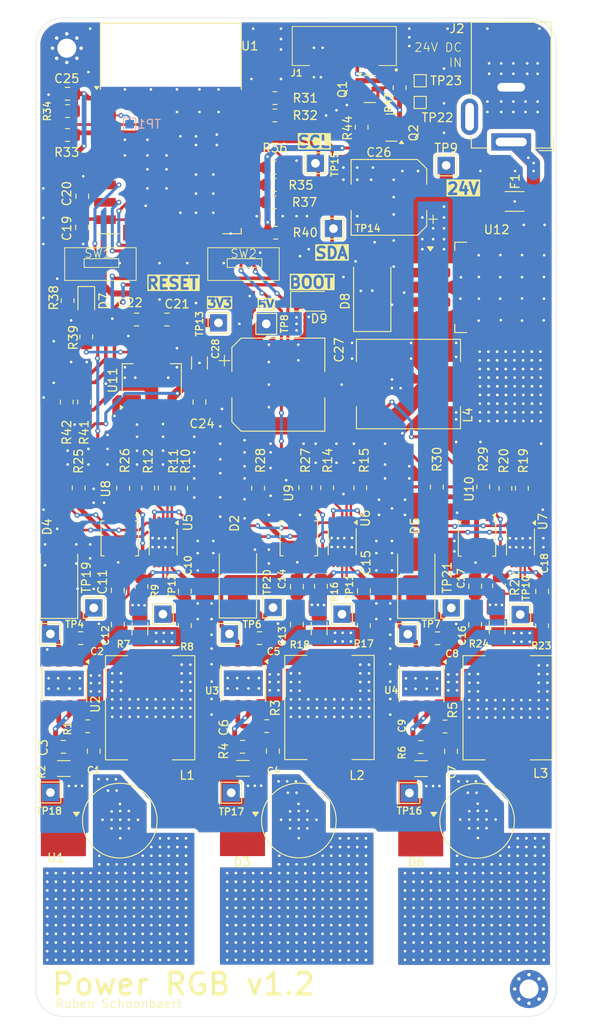
<source format=kicad_pcb>
(kicad_pcb
	(version 20240108)
	(generator "pcbnew")
	(generator_version "8.0")
	(general
		(thickness 1.6)
		(legacy_teardrops no)
	)
	(paper "A4")
	(layers
		(0 "F.Cu" signal)
		(31 "B.Cu" signal)
		(32 "B.Adhes" user "B.Adhesive")
		(33 "F.Adhes" user "F.Adhesive")
		(34 "B.Paste" user)
		(35 "F.Paste" user)
		(36 "B.SilkS" user "B.Silkscreen")
		(37 "F.SilkS" user "F.Silkscreen")
		(38 "B.Mask" user)
		(39 "F.Mask" user)
		(40 "Dwgs.User" user "User.Drawings")
		(41 "Cmts.User" user "User.Comments")
		(42 "Eco1.User" user "User.Eco1")
		(43 "Eco2.User" user "User.Eco2")
		(44 "Edge.Cuts" user)
		(45 "Margin" user)
		(46 "B.CrtYd" user "B.Courtyard")
		(47 "F.CrtYd" user "F.Courtyard")
		(48 "B.Fab" user)
		(49 "F.Fab" user)
		(50 "User.1" user)
		(51 "User.2" user)
		(52 "User.3" user)
		(53 "User.4" user)
		(54 "User.5" user)
		(55 "User.6" user)
		(56 "User.7" user)
		(57 "User.8" user)
		(58 "User.9" user)
	)
	(setup
		(pad_to_mask_clearance 0)
		(allow_soldermask_bridges_in_footprints no)
		(pcbplotparams
			(layerselection 0x00010fc_ffffffff)
			(plot_on_all_layers_selection 0x0000000_00000000)
			(disableapertmacros no)
			(usegerberextensions no)
			(usegerberattributes yes)
			(usegerberadvancedattributes yes)
			(creategerberjobfile yes)
			(dashed_line_dash_ratio 12.000000)
			(dashed_line_gap_ratio 3.000000)
			(svgprecision 4)
			(plotframeref no)
			(viasonmask no)
			(mode 1)
			(useauxorigin no)
			(hpglpennumber 1)
			(hpglpenspeed 20)
			(hpglpendiameter 15.000000)
			(pdf_front_fp_property_popups yes)
			(pdf_back_fp_property_popups yes)
			(dxfpolygonmode yes)
			(dxfimperialunits yes)
			(dxfusepcbnewfont yes)
			(psnegative no)
			(psa4output no)
			(plotreference yes)
			(plotvalue yes)
			(plotfptext yes)
			(plotinvisibletext no)
			(sketchpadsonfab no)
			(subtractmaskfromsilk no)
			(outputformat 1)
			(mirror no)
			(drillshape 1)
			(scaleselection 1)
			(outputdirectory "")
		)
	)
	(net 0 "")
	(net 1 "Net-(U2-VIN)")
	(net 2 "GND")
	(net 3 "Net-(U2-BOOT)")
	(net 4 "Net-(D4-K)")
	(net 5 "Net-(U3-VIN)")
	(net 6 "Net-(U3-BOOT)")
	(net 7 "Net-(D2-K)")
	(net 8 "Net-(U4-VIN)")
	(net 9 "Net-(U4-BOOT)")
	(net 10 "Net-(D5-K)")
	(net 11 "Net-(U4-VCC)")
	(net 12 "Net-(U5-Vin+)")
	(net 13 "Net-(U5-Vin-)")
	(net 14 "+3V3")
	(net 15 "Net-(U6-Vin-)")
	(net 16 "Net-(U6-Vin+)")
	(net 17 "Net-(U7-Vin-)")
	(net 18 "Net-(U7-Vin+)")
	(net 19 "+5V")
	(net 20 "RST")
	(net 21 "+24V")
	(net 22 "Net-(D1-K)")
	(net 23 "Net-(D1-A)")
	(net 24 "Net-(D3-A)")
	(net 25 "Net-(D3-K)")
	(net 26 "Net-(D6-K)")
	(net 27 "Net-(D6-A)")
	(net 28 "GPIO16")
	(net 29 "Net-(D7-A)")
	(net 30 "Net-(D8-K)")
	(net 31 "Net-(F1-Pad1)")
	(net 32 "TX")
	(net 33 "RTS")
	(net 34 "DTR")
	(net 35 "RX")
	(net 36 "Net-(Q1-G)")
	(net 37 "Net-(Q2-G)")
	(net 38 "Net-(U2-RON)")
	(net 39 "Net-(U3-RON)")
	(net 40 "Net-(U4-RON)")
	(net 41 "Net-(U5-A1)")
	(net 42 "Net-(U5-A0)")
	(net 43 "Net-(U5-~{Alert})")
	(net 44 "Net-(U6-~{Alert})")
	(net 45 "Net-(U6-A1)")
	(net 46 "Net-(U7-A0)")
	(net 47 "Net-(U7-~{Alert})")
	(net 48 "Net-(R25-Pad2)")
	(net 49 "Net-(U8-A)")
	(net 50 "GPIO12")
	(net 51 "GPIO13")
	(net 52 "Net-(U9-A)")
	(net 53 "Net-(R28-Pad2)")
	(net 54 "GPIO14")
	(net 55 "Net-(U10-A)")
	(net 56 "Net-(R30-Pad2)")
	(net 57 "Net-(U1-GPIO1{slash}TXD)")
	(net 58 "Net-(U1-GPIO3{slash}RXD)")
	(net 59 "Net-(U1-EN)")
	(net 60 "Net-(U1-GPIO2)")
	(net 61 "GPIO0")
	(net 62 "Net-(U1-GPIO15)")
	(net 63 "Net-(R40-Pad2)")
	(net 64 "SDA")
	(net 65 "SCL")
	(net 66 "ADC")
	(net 67 "unconnected-(U1-GPIO10-Pad12)")
	(net 68 "unconnected-(U1-GPIO9-Pad11)")
	(net 69 "unconnected-(U1-SCLK-Pad14)")
	(net 70 "unconnected-(U1-CS0-Pad9)")
	(net 71 "unconnected-(U1-MOSI-Pad13)")
	(net 72 "unconnected-(U1-MISO-Pad10)")
	(net 73 "unconnected-(U1-GND-Pad15)")
	(net 74 "Net-(U2-DIM)")
	(net 75 "Net-(U3-DIM)")
	(net 76 "Net-(U4-DIM)")
	(net 77 "Net-(U2-VCC)")
	(net 78 "Net-(U3-VCC)")
	(net 79 "unconnected-(D6-Pad3)")
	(net 80 "unconnected-(D1-Pad3)")
	(net 81 "unconnected-(D3-Pad3)")
	(net 82 "unconnected-(H1-Pad1)")
	(net 83 "unconnected-(H1-Pad1)_1")
	(net 84 "unconnected-(H1-Pad1)_2")
	(net 85 "unconnected-(H1-Pad1)_3")
	(net 86 "unconnected-(H1-Pad1)_4")
	(net 87 "unconnected-(H1-Pad1)_5")
	(net 88 "unconnected-(H1-Pad1)_6")
	(net 89 "unconnected-(H1-Pad1)_7")
	(net 90 "unconnected-(H1-Pad1)_8")
	(net 91 "Net-(D9-A)")
	(footprint "Resistor_SMD:R_0805_2012Metric" (layer "F.Cu") (at 61.524761 79.883415 90))
	(footprint "TestPoint:TestPoint_THTPad_2.0x2.0mm_Drill1.0mm" (layer "F.Cu") (at 49 60.88125 180))
	(footprint "Capacitor_SMD:CP_Elec_8x10.5" (layer "F.Cu") (at 68.65 46.43125 180))
	(footprint "Resistor_SMD:R_1206_3216Metric" (layer "F.Cu") (at 81.128586 95.967701 -90))
	(footprint "Diode_SMD:D_1206_3216Metric" (layer "F.Cu") (at 59.6 58.4))
	(footprint "MountingHole:MountingHole_2.2mm_M2_Pad_Via" (layer "F.Cu") (at 84.8 137.6))
	(footprint "Capacitor_SMD:C_0805_2012Metric" (layer "F.Cu") (at 31.113241 109.711892))
	(footprint "LED_SMD:LED_1W_3W_R8" (layer "F.Cu") (at 37.613241 118.211892))
	(footprint "Resistor_SMD:R_0805_2012Metric" (layer "F.Cu") (at 31.594209 58.323907 -90))
	(footprint "Capacitor_SMD:C_0805_2012Metric" (layer "F.Cu") (at 33.267769 49.88422 90))
	(footprint "Resistor_SMD:R_0805_2012Metric" (layer "F.Cu") (at 60.808612 91.213098 -90))
	(footprint "Resistor_SMD:R_0805_2012Metric" (layer "F.Cu") (at 55.5 37 180))
	(footprint "TestPoint:TestPoint_Pad_1.0x1.0mm" (layer "F.Cu") (at 72.25 35.5))
	(footprint "Resistor_SMD:R_0805_2012Metric" (layer "F.Cu") (at 55.4125 47))
	(footprint "Resistor_SMD:R_0805_2012Metric" (layer "F.Cu") (at 82.081916 79.945816 90))
	(footprint "Resistor_SMD:R_0805_2012Metric" (layer "F.Cu") (at 55.4125 45))
	(footprint "Resistor_SMD:R_1206_3216Metric" (layer "F.Cu") (at 51.801413 112.190242))
	(footprint "LED_SMD:LED_0805_2012Metric" (layer "F.Cu") (at 33.75 58.3875 -90))
	(footprint "Capacitor_SMD:C_0805_2012Metric" (layer "F.Cu") (at 39.55 60.5))
	(footprint "Resistor_SMD:R_0805_2012Metric" (layer "F.Cu") (at 65.756507 95.727821 -90))
	(footprint "Capacitor_SMD:C_0805_2012Metric" (layer "F.Cu") (at 43.05 60.5 180))
	(footprint "Capacitor_SMD:C_0805_2012Metric" (layer "F.Cu") (at 45.113241 91.799392 -90))
	(footprint "Capacitor_SMD:C_0805_2012Metric" (layer "F.Cu") (at 51.762537 109.708311))
	(footprint "Resistor_SMD:R_0805_2012Metric" (layer "F.Cu") (at 83.982523 79.934085 90))
	(footprint "Resistor_SMD:R_0805_2012Metric" (layer "F.Cu") (at 42.783031 79.902598 90))
	(footprint "Capacitor_SMD:C_0805_2012Metric" (layer "F.Cu") (at 37.392589 95.624392 90))
	(footprint "Connector_BarrelJack:BarrelJack_GCT_DCJ200-10-A_Horizontal" (layer "F.Cu") (at 82.75 40.05 180))
	(footprint "TestPoint:TestPoint_THTPad_2.0x2.0mm_Drill1.0mm" (layer "F.Cu") (at 50.460455 115 180))
	(footprint "Package_TO_SOT_SMD:SOT-23" (layer "F.Cu") (at 68.9375 38.4 180))
	(footprint "Capacitor_SMD:CP_Elec_10x10.5" (layer "F.Cu") (at 55.9 68))
	(footprint "Capacitor_SMD:C_0805_2012Metric" (layer "F.Cu") (at 46.8 70 90))
	(footprint "Diode_SMD:D_SMB_Handsoldering" (layer "F.Cu") (at 66.725 57.175 90))
	(footprint "Resistor_SMD:R_0805_2012Metric" (layer "F.Cu") (at 75.115252 107.372696 180))
	(footprint "Diode_SMD:D_SMB_Handsoldering" (layer "F.Cu") (at 71.800989 90.208364 90))
	(footprint "TestPoint:TestPoint_THTPad_2.0x2.0mm_Drill1.0mm" (layer "F.Cu") (at 83.791951 94.474479 90))
	(footprint "Package_SO:TI_SO-PowerPAD-8_ThermalVias" (layer "F.Cu") (at 72.414022 102.425742 -90))
	(footprint "Resistor_SMD:R_0805_2012Metric" (layer "F.Cu") (at 32.872143 79.895229 -90))
	(footprint "Resistor_SMD:R_0805_2012Metric" (layer "F.Cu") (at 65.341598 79.894312 90))
	(footprint "F33B-1A7Q1-E8C08 :AMPHENOL_F33B-1A7Q1-E8C08" (layer "F.Cu") (at 63.5 29.25 180))
	(footprint "TestPoint:TestPoint_THTPad_2.0x2.0mm_Drill1.0mm"
		(layer "F.Cu")
		(uuid "6bebe0cc-6b81-4de1-97ef-d4602e3dd2df")
		(at 29.613241 114.971813 90)
		(descr "THT rectangular pad as test Point, square 2.0mm_Drill1.0mm  side length, hole diameter 1.0mm")
		(tags "test point THT pad rectangle square")
		(property "Reference" "TP18"
			(at -2.128344 -0.147798 0)
			(layer "F.SilkS")
			(uuid "da50bfaa-856d-40c0-9189-6aebe060f7ea")
			(effects
				(font
					(size 0.8 0.8)
					(thickness 0.15)
				)
			)
		)
		(property "Value" "TestPoint"
			(at 0 2.05 90)
			(layer "F.Fab")
			(uuid "2c503a8a-48de-42aa-af41-4adbfd38daad")
			(effects
				(font
					(size 1 1)
					(thickness 0.15)
				)
			)
		)
		(property "Footprint" "TestPoint:TestPoint_THTPad_2.0x2.0mm_Drill1.0mm"
			(at 0 0 90)
			(unlocked yes)
			(layer "F.Fab")
			(hide yes)
			(uuid "889fdfa5-3405-4514-aa77-d338cdbf633d")
			(effects
				(font
					(size 1.27 1.27)
					(thickness 0.15)
				)
			)
		)
		(property "Datasheet" ""
			(at 0 0 90)
			(unlocked yes)
			(layer "F.Fab")
			(hide yes)
			(uuid "2e8485de-9719-47e5-80be-e228df66b7ec")
			(effects
				(font
					(size 1.27 1.27)
					(thickness 0.15)
				)
			)
		)
		(property "Description" "test point"
			(at 0 0 90)
			(unlocked yes)
			(layer "F.Fab")
			(hide yes)
			(uuid "77cc921e-2aa5-417b-8409-05cc94cba3c0")
			(effects
				(font
					(size 1.27 1.27)
					(thickness 0.15)
				)
			)
		)
		(property ki_fp_filters "Pin* Test*")
		(path "/0646806a-f329-4ac7-a2ae-6130c44baedb")
		(sheetname "Root")
		(sheetfile "PowerRGB.kicad_sch")
		(attr exclude_from_pos_files)
		(fp_line
			(start 1.2 -1.2)
			(end 1.2 1.2)
			(stroke
				(width 0.12)
				(type solid)
			)
			(layer "F.SilkS")
			(uuid "5167c0d2-6f0a-4292-9c9d-1f585b155390")
		)
		(fp_line
			(start -1.2 -1.2)
			(end 1.2 -1.2)
			(stroke
				(width 0.12)
				(type solid)
			)
			(layer "F.SilkS")
			(uuid "0dbfe57b-72a1-4544-9ba5-b3356f4570eb")
		)
		(fp_line
			(start 1.2 1.2)
			(end -1.2 1.2)
			(stroke
				(width 0.12)
				(type solid)
			)
			(layer "F.SilkS")
			(uuid "390e185f-0667-4bb5-b5eb-4b4db4607e06")
		)
		(fp_line
			(start -1.2 1.2)
			(end -1.2 -1.2)
			(stroke
				(width 0.12)
				(type solid)
			)
			(layer "F.SilkS")
			(uuid "ca7f1ad4-44bd-40e3-a662-e6cf2b1f6374")
		)
		(fp_line
			(start -1.5 -1.5)
			(end 1.5 -1.5)
			(stroke
				(width 0.05)
				(type solid)
			)
			(layer "F.CrtYd")
			(uuid "ebce98ef-4e87-49d0-abde-e292b14b945a")
		)
		(fp_line
			(start -1.5 -1.5)
			(end -1.5 1.5)
			(stroke
				(width 0.05)
				(type solid)
			)
			(layer "F.CrtYd")
			(uuid "777b89da-da37-4734-ba80-27c32ce06e32")
		)
		(fp_line
			(start 1.5 1.5)
			(end 1.5 -1.5)
			(stroke
				(width 0.05)
				(type solid)
			)
			(layer "F.CrtYd")
			(uuid "996e4077-6301-444d-a192-995f7b517393")
		)
		(fp_line
			(start 1.5 1.5)
			(end -1.5 1.5)
			(stroke
				(width 0.05)
				(type solid)
			)
			(layer "F.CrtYd")
			(uuid "b8b6f958-5f8d-4b38-b945-d705ede02385")
		)
		(fp_text user "${REFERENCE}"
			(at 0 -2 90)
			(layer "F.Fab")
			(uuid "9d008340-e48c-472c-9555-acd349ea373f")
			(effects
				(font
					(size 1 1)
					(thickness 0.15)
				)
			)
		)
		(pad "1" thru_hole rect
			(at 0 0 90)
			(size 2 2)
			(drill 1)
			(layers "*.Cu" "*.Mask")
			(remove_unused_layers no)
			(net 22 "Net-(D1-K)")
			(pinfunction "1")
			(pintype "passive")
			(uuid "285abfe9-80c9-474f-b313-203b8965a365")
		)
		(model "${KICAD8_3DMODEL_DIR}/TestPoint.3dshapes/TestPoint_Keystone_5005-5009_Compact.wrl"
			(offset
				(xyz 0 0 0)
			)
			(scale

... [1170671 chars truncated]
</source>
